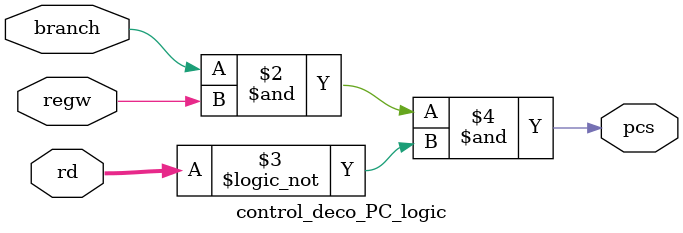
<source format=sv>
module control_deco_PC_logic (
    input logic [3:0] rd,
    input logic branch,
    input logic regw,
    output logic pcs
);
    // Lógica para determinar pcs
    always @(*) begin
        pcs = branch & regw & (rd == 4'b0000); // Ejemplo de condición para pcs
    end

endmodule

</source>
